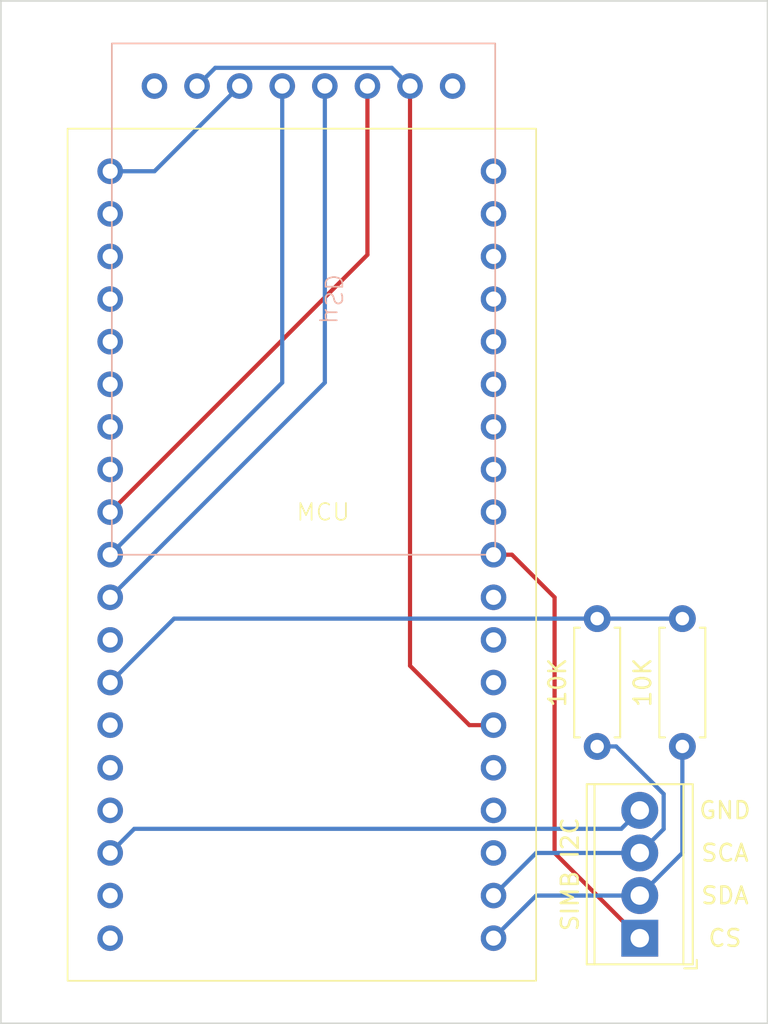
<source format=kicad_pcb>
(kicad_pcb (version 20221018) (generator pcbnew)
  (layers (0 "F.Cu" signal) (31 "B.Cu" signal) (34 "B.Paste" user) (35 "F.Paste" user) (36 "B.SilkS" user "B.Silkscreen") (37 "F.SilkS" user "F.Silkscreen") (38 "B.Mask" user) (39 "F.Mask" user) (44 "Edge.Cuts" user))
  (net 0 "")
  (net 1 "Net-(J1-Pin_2)")
  (net 2 "Net-(J1-Pin_3)")
  (net 3 "/GND")
  (net 8 "/3V3")
  (net 15 "/sd_cs")
  (net 25 "Net-(MCU1-MISO)")
  (net 26 "Net-(MCU1-MOSI)")
  (net 27 "Net-(MCU1-SCK)")
  (net 38 "Net-(J1-Pin_1)")
  (footprint "TerminalBlock_Phoenix:TerminalBlock_Phoenix_MPT-0,5-4-2.54_1x04_P2.54mm_Horizontal" (layer "F.Cu") (at 154.94 116.84 90)
    (fp_text reference "SIMB I2C" (at 3.81 -4.16 90) (layer "F.SilkS"))
    (fp_text value "Screw_Terminal_01x04" hide)
    (fp_line (start -1.8 2.66) (end -1.8 3.4) (stroke (width 0.12)) (layer "F.SilkS"))
    (fp_line (start -1.8 3.4) (end -1.3 3.4) (stroke (width 0.12)) (layer "F.SilkS"))
    (fp_line (start -1.56 -3.16) (end -1.56 3.16) (stroke (width 0.12)) (layer "F.SilkS"))
    (fp_line (start -1.56 -3.16) (end 9.18 -3.16) (stroke (width 0.12)) (layer "F.SilkS"))
    (fp_line (start -1.56 -2.7) (end 9.18 -2.7) (stroke (width 0.12)) (layer "F.SilkS"))
    (fp_line (start -1.56 2.6) (end 9.18 2.6) (stroke (width 0.12)) (layer "F.SilkS"))
    (fp_line (start -1.56 3.16) (end 9.18 3.16) (stroke (width 0.12)) (layer "F.SilkS"))
    (fp_line (start 9.18 -3.16) (end 9.18 3.16) (stroke (width 0.12)) (layer "F.SilkS"))
    (pad "1" thru_hole rect (at 0 0 90) (size 2.2 2.2) (drill 1.1) (layers "*.Cu" "*.Mask") (net 38 "Net-(J1-Pin_1)"))
    (pad "2" thru_hole circle (at 2.54 0 90) (size 2.2 2.2) (drill 1.1) (layers "*.Cu" "*.Mask") (net 1 "Net-(J1-Pin_2)"))
    (pad "3" thru_hole circle (at 5.08 0 90) (size 2.2 2.2) (drill 1.1) (layers "*.Cu" "*.Mask") (net 2 "Net-(J1-Pin_3)"))
    (pad "4" thru_hole circle (at 7.62 0 90) (size 2.2 2.2) (drill 1.1) (layers "*.Cu" "*.Mask") (net 3 "/GND"))
  )
  (footprint "Resistor_THT:R_Axial_DIN0207_L6.3mm_D2.5mm_P7.62mm_Horizontal" (layer "F.Cu") (at 157.48 105.41 90)
    (fp_text reference "10K" (at 3.81 -2.37 90) (layer "F.SilkS"))
    (fp_text value "10K" hide)
    (fp_line (start 0.54 -1.37) (end 7.08 -1.37) (stroke (width 0.12)) (layer "F.SilkS"))
    (fp_line (start 0.54 -1.04) (end 0.54 -1.37) (stroke (width 0.12)) (layer "F.SilkS"))
    (fp_line (start 0.54 1.04) (end 0.54 1.37) (stroke (width 0.12)) (layer "F.SilkS"))
    (fp_line (start 0.54 1.37) (end 7.08 1.37) (stroke (width 0.12)) (layer "F.SilkS"))
    (fp_line (start 7.08 -1.37) (end 7.08 -1.04) (stroke (width 0.12)) (layer "F.SilkS"))
    (fp_line (start 7.08 1.37) (end 7.08 1.04) (stroke (width 0.12)) (layer "F.SilkS"))
    (pad "1" thru_hole circle (at 0 0 90) (size 1.6 1.6) (drill 0.8) (layers "*.Cu" "*.Mask") (net 1 "Net-(J1-Pin_2)"))
    (pad "2" thru_hole oval (at 7.62 0 90) (size 1.6 1.6) (drill 0.8) (layers "*.Cu" "*.Mask") (net 8 "/3V3"))
  )
  (footprint "Resistor_THT:R_Axial_DIN0207_L6.3mm_D2.5mm_P7.62mm_Horizontal" (layer "F.Cu") (at 152.4 105.41 90)
    (fp_text reference "10K" (at 3.81 -2.37 90) (layer "F.SilkS"))
    (fp_text value "10K" hide)
    (fp_line (start 0.54 -1.37) (end 7.08 -1.37) (stroke (width 0.12)) (layer "F.SilkS"))
    (fp_line (start 0.54 -1.04) (end 0.54 -1.37) (stroke (width 0.12)) (layer "F.SilkS"))
    (fp_line (start 0.54 1.04) (end 0.54 1.37) (stroke (width 0.12)) (layer "F.SilkS"))
    (fp_line (start 0.54 1.37) (end 7.08 1.37) (stroke (width 0.12)) (layer "F.SilkS"))
    (fp_line (start 7.08 -1.37) (end 7.08 -1.04) (stroke (width 0.12)) (layer "F.SilkS"))
    (fp_line (start 7.08 1.37) (end 7.08 1.04) (stroke (width 0.12)) (layer "F.SilkS"))
    (pad "1" thru_hole circle (at 0 0 90) (size 1.6 1.6) (drill 0.8) (layers "*.Cu" "*.Mask") (net 2 "Net-(J1-Pin_3)"))
    (pad "2" thru_hole oval (at 7.62 0 90) (size 1.6 1.6) (drill 0.8) (layers "*.Cu" "*.Mask") (net 8 "/3V3"))
  )
  (footprint "Module:Rocket_Scream_Mini_Ultra_Pro" (layer "F.Cu") (at 136.06 93.98)
    (fp_text reference "MCU" (at 0 -2.54 unlocked) (layer "F.SilkS") (effects (font (thickness 0.1))))
    (fp_text value "~")
    (fp_rect (start -15.24 -25.4) (end 12.7 25.4) (stroke (width 0.1)) (fill none) (layer "F.SilkS"))
    (pad "0" thru_hole circle (at 10.16 -15.24) (size 1.524 1.524) (drill 0.9) (layers "*.Cu" "*.Mask"))
    (pad "1" thru_hole circle (at 10.16 -12.7) (size 1.524 1.524) (drill 0.9) (layers "*.Cu" "*.Mask"))
    (pad "2" thru_hole circle (at 10.16 -10.16) (size 1.524 1.524) (drill 0.9) (layers "*.Cu" "*.Mask"))
    (pad "3" thru_hole circle (at 10.16 -7.62) (size 1.524 1.524) (drill 0.9) (layers "*.Cu" "*.Mask"))
    (pad "3V3" thru_hole circle (at -12.7 7.62) (size 1.524 1.524) (drill 0.9) (layers "*.Cu" "*.Mask") (net 8 "/3V3"))
    (pad "4" thru_hole circle (at 10.16 -5.08) (size 1.524 1.524) (drill 0.9) (layers "*.Cu" "*.Mask"))
    (pad "5" thru_hole circle (at 10.16 -2.54) (size 1.524 1.524) (drill 0.9) (layers "*.Cu" "*.Mask"))
    (pad "5V" thru_hole circle (at -12.7 12.7) (size 1.524 1.524) (drill 0.9) (layers "*.Cu" "*.Mask"))
    (pad "6" thru_hole circle (at 10.16 0) (size 1.524 1.524) (drill 0.9) (layers "*.Cu" "*.Mask") (net 38 "Net-(J1-Pin_1)"))
    (pad "7" thru_hole circle (at 10.16 2.54) (size 1.524 1.524) (drill 0.9) (layers "*.Cu" "*.Mask"))
    (pad "8" thru_hole circle (at 10.16 5.08) (size 1.524 1.524) (drill 0.9) (layers "*.Cu" "*.Mask"))
    (pad "9" thru_hole circle (at 10.16 7.62) (size 1.524 1.524) (drill 0.9) (layers "*.Cu" "*.Mask"))
    (pad "10" thru_hole circle (at 10.16 10.16) (size 1.524 1.524) (drill 0.9) (layers "*.Cu" "*.Mask") (net 15 "/sd_cs"))
    (pad "11" thru_hole circle (at 10.16 12.7) (size 1.524 1.524) (drill 0.9) (layers "*.Cu" "*.Mask"))
    (pad "12" thru_hole circle (at 10.16 15.24) (size 1.524 1.524) (drill 0.9) (layers "*.Cu" "*.Mask"))
    (pad "13" thru_hole circle (at 10.16 17.78) (size 1.524 1.524) (drill 0.9) (layers "*.Cu" "*.Mask"))
    (pad "14" thru_hole circle (at -12.7 -17.78) (size 1.524 1.524) (drill 0.9) (layers "*.Cu" "*.Mask"))
    (pad "15" thru_hole circle (at -12.7 -15.24) (size 1.524 1.524) (drill 0.9) (layers "*.Cu" "*.Mask"))
    (pad "16" thru_hole circle (at -12.7 -12.7) (size 1.524 1.524) (drill 0.9) (layers "*.Cu" "*.Mask"))
    (pad "17" thru_hole circle (at -12.7 -10.16) (size 1.524 1.524) (drill 0.9) (layers "*.Cu" "*.Mask"))
    (pad "18" thru_hole circle (at -12.7 -7.62) (size 1.524 1.524) (drill 0.9) (layers "*.Cu" "*.Mask"))
    (pad "19" thru_hole circle (at -12.7 -5.08) (size 1.524 1.524) (drill 0.9) (layers "*.Cu" "*.Mask"))
    (pad "20" thru_hole circle (at 10.16 22.86) (size 1.524 1.524) (drill 0.9) (layers "*.Cu" "*.Mask") (net 1 "Net-(J1-Pin_2)"))
    (pad "21" thru_hole circle (at 10.16 20.32) (size 1.524 1.524) (drill 0.9) (layers "*.Cu" "*.Mask") (net 2 "Net-(J1-Pin_3)"))
    (pad "22" thru_hole circle (at -12.7 2.54) (size 1.524 1.524) (drill 0.9) (layers "*.Cu" "*.Mask") (net 25 "Net-(MCU1-MISO)"))
    (pad "23" thru_hole circle (at -12.7 -2.54) (size 1.524 1.524) (drill 0.9) (layers "*.Cu" "*.Mask") (net 26 "Net-(MCU1-MOSI)"))
    (pad "24" thru_hole circle (at -12.7 0) (size 1.524 1.524) (drill 0.9) (layers "*.Cu" "*.Mask") (net 27 "Net-(MCU1-SCK)"))
    (pad "30" thru_hole circle (at 10.16 -17.78) (size 1.524 1.524) (drill 0.9) (layers "*.Cu" "*.Mask"))
    (pad "31" thru_hole circle (at 10.16 -20.32) (size 1.524 1.524) (drill 0.9) (layers "*.Cu" "*.Mask"))
    (pad "38" thru_hole circle (at -12.7 5.08) (size 1.524 1.524) (drill 0.9) (layers "*.Cu" "*.Mask"))
    (pad "AREF" thru_hole circle (at -12.7 -20.32) (size 1.524 1.524) (drill 0.9) (layers "*.Cu" "*.Mask"))
    (pad "BAT" thru_hole circle (at -12.7 20.32) (size 1.524 1.524) (drill 0.9) (layers "*.Cu" "*.Mask"))
    (pad "GND" thru_hole circle (at -12.7 -22.86) (size 1.524 1.524) (drill 0.9) (layers "*.Cu" "*.Mask") (net 3 "/GND"))
    (pad "GND" thru_hole circle (at -12.7 17.78) (size 1.524 1.524) (drill 0.9) (layers "*.Cu" "*.Mask") (net 3 "/GND"))
    (pad "GND" thru_hole circle (at -12.7 22.86) (size 1.524 1.524) (drill 0.9) (layers "*.Cu" "*.Mask") (net 3 "/GND"))
    (pad "RST" thru_hole circle (at 10.16 -22.86) (size 1.524 1.524) (drill 0.9) (layers "*.Cu" "*.Mask"))
    (pad "VBUS" thru_hole circle (at -12.7 10.16) (size 1.524 1.524) (drill 0.9) (layers "*.Cu" "*.Mask"))
    (pad "VIN" thru_hole circle (at -12.7 15.24) (size 1.524 1.524) (drill 0.9) (layers "*.Cu" "*.Mask"))
  )
  (footprint "Connector_Card:micro_sd_cardReader_adafruit" (layer "B.Cu") (at 134.12 78.74 90)
    (fp_text reference "µSD" (at 0 2.54 270 unlocked) (layer "B.SilkS") (effects (font (thickness 0.1)) (justify mirror)))
    (fp_text value "~")
    (fp_rect (start -15.24 12.2) (end 15.24 -10.66) (stroke (width 0.1)) (fill none) (layer "B.SilkS"))
    (pad "1" thru_hole circle (at 12.7 9.66 90) (size 1.524 1.524) (drill 0.9) (layers "*.Cu" "*.Mask"))
    (pad "2" thru_hole circle (at 12.7 7.12 90) (size 1.524 1.524) (drill 0.9) (layers "*.Cu" "*.Mask") (net 15 "/sd_cs"))
    (pad "3" thru_hole circle (at 12.7 4.58 90) (size 1.524 1.524) (drill 0.9) (layers "*.Cu" "*.Mask") (net 26 "Net-(MCU1-MOSI)"))
    (pad "4" thru_hole circle (at 12.7 2.04 90) (size 1.524 1.524) (drill 0.9) (layers "*.Cu" "*.Mask") (net 25 "Net-(MCU1-MISO)"))
    (pad "5" thru_hole circle (at 12.7 -0.5 90) (size 1.524 1.524) (drill 0.9) (layers "*.Cu" "*.Mask") (net 27 "Net-(MCU1-SCK)"))
    (pad "6" thru_hole circle (at 12.7 -3.04 90) (size 1.524 1.524) (drill 0.9) (layers "*.Cu" "*.Mask") (net 3 "/GND"))
    (pad "7" thru_hole circle (at 12.7 -5.58 90) (size 1.524 1.524) (drill 0.9) (layers "*.Cu" "*.Mask") (net 15 "/sd_cs"))
    (pad "8" thru_hole circle (at 12.7 -8.12 90) (size 1.524 1.524) (drill 0.9) (layers "*.Cu" "*.Mask"))
  )
  (gr_rect (start 116.84 60.96) (end 162.56 121.92) (stroke (width 0.1)) (fill none) (layer "Edge.Cuts"))
  (gr_text "SCA" (at 160.02 111.76) (layer "F.SilkS") (effects (font (size 1 1))))
  (gr_text "SDA" (at 160.02 114.3) (layer "F.SilkS") (effects (font (size 1 1))))
  (gr_text "GND" (at 160.02 109.22) (layer "F.SilkS") (effects (font (size 1 1))))
  (gr_text "CS" (at 160.02 116.84) (layer "F.SilkS") (effects (font (size 1 1))))
  (segment (start 148.76 114.3) (end 146.22 116.84) (width 0.25) (layer "B.Cu") (net 1))
  (segment (start 157.48 105.41) (end 157.48 111.76) (width 0.25) (layer "B.Cu") (net 1))
  (segment (start 157.48 111.76) (end 154.94 114.3) (width 0.25) (layer "B.Cu") (net 1))
  (segment (start 154.94 114.3) (end 148.76 114.3) (width 0.25) (layer "B.Cu") (net 1))
  (segment (start 152.4 105.41) (end 153.53137 105.41) (width 0.25) (layer "B.Cu") (net 2))
  (segment (start 156.365 108.24363) (end 156.365 110.335) (width 0.25) (layer "B.Cu") (net 2))
  (segment (start 153.53137 105.41) (end 156.365 108.24363) (width 0.25) (layer "B.Cu") (net 2))
  (segment (start 156.365 110.335) (end 154.94 111.76) (width 0.25) (layer "B.Cu") (net 2))
  (segment (start 154.94 111.76) (end 148.76 111.76) (width 0.25) (layer "B.Cu") (net 2))
  (segment (start 148.76 111.76) (end 146.22 114.3) (width 0.25) (layer "B.Cu") (net 2))
  (segment (start 153.840001 110.319999) (end 124.800001 110.319999) (width 0.25) (layer "B.Cu") (net 3))
  (segment (start 126 71.12) (end 123.36 71.12) (width 0.25) (layer "B.Cu") (net 3))
  (segment (start 154.94 109.22) (end 153.840001 110.319999) (width 0.25) (layer "B.Cu") (net 3))
  (segment (start 131.08 66.04) (end 126 71.12) (width 0.25) (layer "B.Cu") (net 3))
  (segment (start 124.800001 110.319999) (end 123.36 111.76) (width 0.25) (layer "B.Cu") (net 3))
  (segment (start 152.4 97.79) (end 127.17 97.79) (width 0.25) (layer "B.Cu") (net 8))
  (segment (start 127.17 97.79) (end 123.36 101.6) (width 0.25) (layer "B.Cu") (net 8))
  (segment (start 157.48 97.79) (end 152.4 97.79) (width 0.25) (layer "B.Cu") (net 8))
  (segment (start 141.24 66.04) (end 141.24 100.6) (width 0.25) (layer "F.Cu") (net 15))
  (segment (start 144.78 104.14) (end 146.22 104.14) (width 0.25) (layer "F.Cu") (net 15))
  (segment (start 141.24 100.6) (end 144.78 104.14) (width 0.25) (layer "F.Cu") (net 15))
  (segment (start 140.153 64.953) (end 129.627 64.953) (width 0.25) (layer "B.Cu") (net 15))
  (segment (start 141.24 66.04) (end 140.153 64.953) (width 0.25) (layer "B.Cu") (net 15))
  (segment (start 129.627 64.953) (end 128.54 66.04) (width 0.25) (layer "B.Cu") (net 15))
  (segment (start 136.16 83.72) (end 123.36 96.52) (width 0.25) (layer "B.Cu") (net 25))
  (segment (start 136.16 66.04) (end 136.16 83.72) (width 0.25) (layer "B.Cu") (net 25))
  (segment (start 138.7 66.04) (end 138.7 76.1) (width 0.25) (layer "F.Cu") (net 26))
  (segment (start 138.7 76.1) (end 123.36 91.44) (width 0.25) (layer "F.Cu") (net 26))
  (segment (start 133.62 83.72) (end 123.36 93.98) (width 0.25) (layer "B.Cu") (net 27))
  (segment (start 133.62 66.04) (end 133.62 83.72) (width 0.25) (layer "B.Cu") (net 27))
  (segment (start 149.86 96.52) (end 147.32 93.98) (width 0.25) (layer "F.Cu") (net 38))
  (segment (start 154.94 116.84) (end 149.86 111.76) (width 0.25) (layer "F.Cu") (net 38))
  (segment (start 149.86 111.76) (end 149.86 96.52) (width 0.25) (layer "F.Cu") (net 38))
  (segment (start 147.32 93.98) (end 146.22 93.98) (width 0.25) (layer "F.Cu") (net 38))
)
</source>
